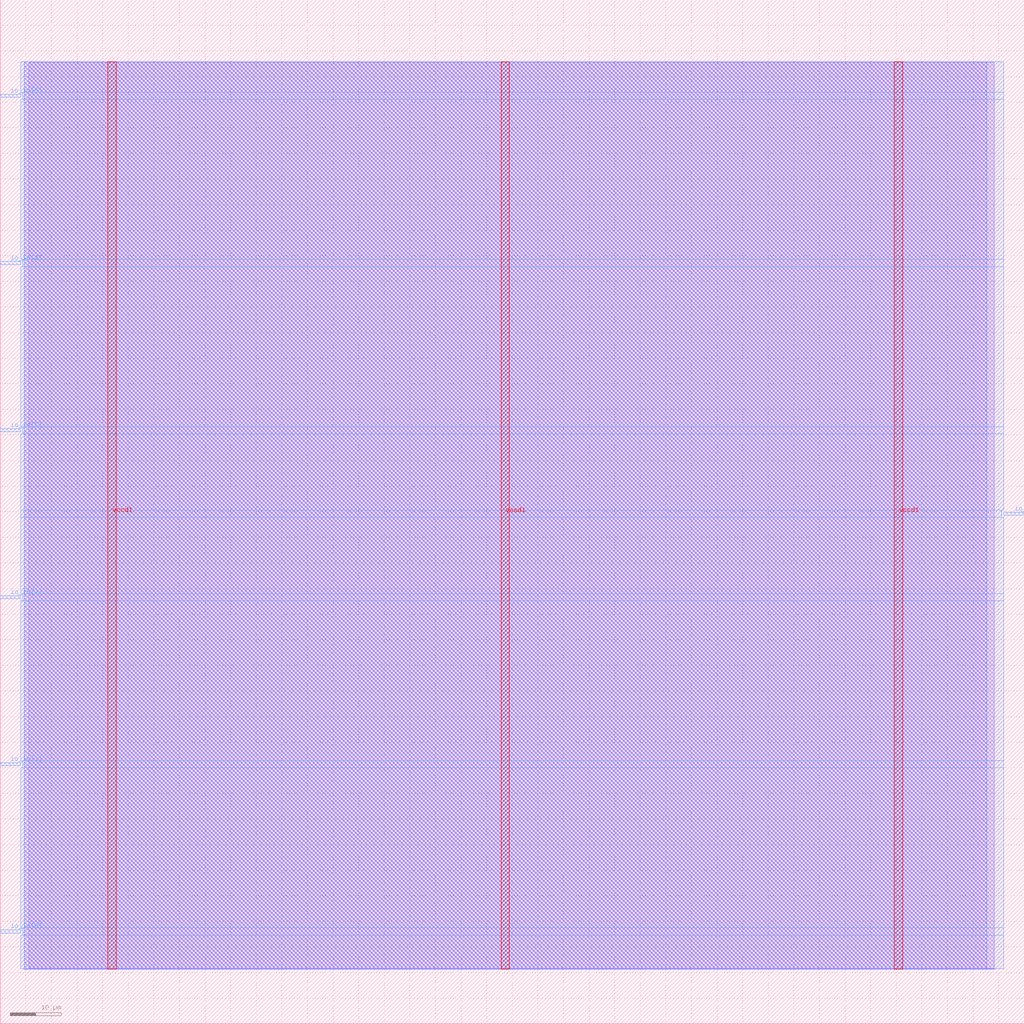
<source format=lef>
VERSION 5.7 ;
  NOWIREEXTENSIONATPIN ON ;
  DIVIDERCHAR "/" ;
  BUSBITCHARS "[]" ;
MACRO muller_c_proj
  CLASS BLOCK ;
  FOREIGN muller_c_proj ;
  ORIGIN 0.000 0.000 ;
  SIZE 200.000 BY 200.000 ;
  PIN io_in[0]
    DIRECTION INPUT ;
    USE SIGNAL ;
    ANTENNAGATEAREA 0.196500 ;
    PORT
      LAYER met3 ;
        RECT 0.000 17.720 4.000 18.320 ;
    END
  END io_in[0]
  PIN io_in[1]
    DIRECTION INPUT ;
    USE SIGNAL ;
    ANTENNAGATEAREA 0.196500 ;
    PORT
      LAYER met3 ;
        RECT 0.000 50.360 4.000 50.960 ;
    END
  END io_in[1]
  PIN io_in[2]
    DIRECTION INPUT ;
    USE SIGNAL ;
    ANTENNAGATEAREA 0.196500 ;
    PORT
      LAYER met3 ;
        RECT 0.000 83.000 4.000 83.600 ;
    END
  END io_in[2]
  PIN io_in[3]
    DIRECTION INPUT ;
    USE SIGNAL ;
    ANTENNAGATEAREA 0.196500 ;
    PORT
      LAYER met3 ;
        RECT 0.000 115.640 4.000 116.240 ;
    END
  END io_in[3]
  PIN io_in[4]
    DIRECTION INPUT ;
    USE SIGNAL ;
    ANTENNAGATEAREA 0.196500 ;
    PORT
      LAYER met3 ;
        RECT 0.000 148.280 4.000 148.880 ;
    END
  END io_in[4]
  PIN io_in[5]
    DIRECTION INPUT ;
    USE SIGNAL ;
    ANTENNAGATEAREA 0.196500 ;
    PORT
      LAYER met3 ;
        RECT 0.000 180.920 4.000 181.520 ;
    END
  END io_in[5]
  PIN io_out
    DIRECTION OUTPUT TRISTATE ;
    USE SIGNAL ;
    ANTENNADIFFAREA 0.795200 ;
    PORT
      LAYER met3 ;
        RECT 196.000 99.320 200.000 99.920 ;
    END
  END io_out
  PIN vccd1
    DIRECTION INOUT ;
    USE POWER ;
    PORT
      LAYER met4 ;
        RECT 21.040 10.640 22.640 187.920 ;
    END
    PORT
      LAYER met4 ;
        RECT 174.640 10.640 176.240 187.920 ;
    END
  END vccd1
  PIN vssd1
    DIRECTION INOUT ;
    USE GROUND ;
    PORT
      LAYER met4 ;
        RECT 97.840 10.640 99.440 187.920 ;
    END
  END vssd1
  OBS
      LAYER li1 ;
        RECT 5.520 10.795 194.120 187.765 ;
      LAYER met1 ;
        RECT 4.670 10.640 194.120 187.920 ;
      LAYER met2 ;
        RECT 4.690 10.695 192.650 187.865 ;
      LAYER met3 ;
        RECT 3.990 181.920 196.000 187.845 ;
        RECT 4.400 180.520 196.000 181.920 ;
        RECT 3.990 149.280 196.000 180.520 ;
        RECT 4.400 147.880 196.000 149.280 ;
        RECT 3.990 116.640 196.000 147.880 ;
        RECT 4.400 115.240 196.000 116.640 ;
        RECT 3.990 100.320 196.000 115.240 ;
        RECT 3.990 98.920 195.600 100.320 ;
        RECT 3.990 84.000 196.000 98.920 ;
        RECT 4.400 82.600 196.000 84.000 ;
        RECT 3.990 51.360 196.000 82.600 ;
        RECT 4.400 49.960 196.000 51.360 ;
        RECT 3.990 18.720 196.000 49.960 ;
        RECT 4.400 17.320 196.000 18.720 ;
        RECT 3.990 10.715 196.000 17.320 ;
  END
END muller_c_proj
END LIBRARY


</source>
